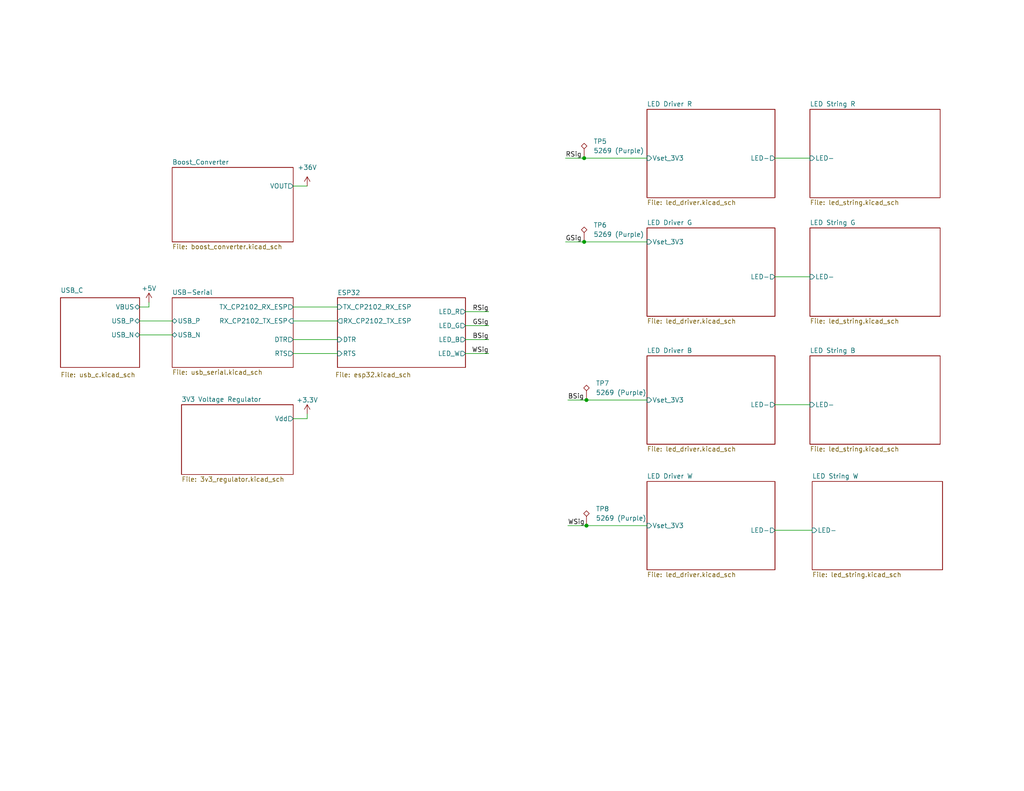
<source format=kicad_sch>
(kicad_sch (version 20230121) (generator eeschema)
  (paper "USLetter")
  (title_block (title "RGB LED Driver Demo Board") (date "2024-01-01") (rev "A01") (company "The Art and Science of PCB Design"))
  (lib_symbols
    (symbol "Connector:TestPoint_Alt" (pin_numbers hide) (pin_names (offset 0.762) hide)
      (property "Reference" "TP" (at 0 6.858 0))
      (property "Value" "TestPoint_Alt" (at 0 5.08 0))
      (symbol "TestPoint_Alt_0_1"
        (polyline (pts (xy 0 2.54) (xy -0.762 3.302) (xy 0 4.064) (xy 0.762 3.302) (xy 0 2.54)))
      )
      (symbol "TestPoint_Alt_1_1"
        (pin passive line (at 0 0 90) (length 2.54) (name "1") (number "1"))
      )
    )
    (symbol "power:+3.3V" (power) (pin_names (offset 0))
      (property "Value" "+3.3V" (at 0 3.556 0))
      (symbol "+3.3V_0_1"
        (polyline (pts (xy -0.762 1.27) (xy 0 2.54)))
        (polyline (pts (xy 0 0) (xy 0 2.54)))
        (polyline (pts (xy 0 2.54) (xy 0.762 1.27)))
      )
      (symbol "+3.3V_1_1"
        (pin power_in line (at 0 0 90) (length 0) hide (name "+3.3V") (number "1"))
      )
    )
    (symbol "power:+36V" (power) (pin_names (offset 0))
      (property "Value" "+36V" (at 0 3.556 0))
      (symbol "+36V_0_1"
        (polyline (pts (xy -0.762 1.27) (xy 0 2.54)))
        (polyline (pts (xy 0 0) (xy 0 2.54)))
        (polyline (pts (xy 0 2.54) (xy 0.762 1.27)))
      )
      (symbol "+36V_1_1"
        (pin power_in line (at 0 0 90) (length 0) hide (name "+36V") (number "1"))
      )
    )
    (symbol "power:+5V" (power) (pin_names (offset 0))
      (property "Value" "+5V" (at 0 3.556 0))
      (symbol "+5V_0_1"
        (polyline (pts (xy -0.762 1.27) (xy 0 2.54)))
        (polyline (pts (xy 0 0) (xy 0 2.54)))
        (polyline (pts (xy 0 2.54) (xy 0.762 1.27)))
      )
      (symbol "+5V_1_1"
        (pin power_in line (at 0 0 90) (length 0) hide (name "+5V") (number "1"))
      )
    )
  )
  (junction (at 160.02 143.51))
  (junction (at 160.02 109.22))
  (junction (at 159.385 66.04))
  (junction (at 159.385 43.18))
  (wire (pts (xy 80.01 50.8) (xy 83.82 50.8)))
  (wire (pts (xy 127 96.52) (xy 133.35 96.52)))
  (wire (pts (xy 127 88.9) (xy 133.35 88.9)))
  (wire (pts (xy 154.94 109.22) (xy 160.02 109.22)))
  (wire (pts (xy 160.02 143.51) (xy 176.53 143.51)))
  (wire (pts (xy 160.02 109.22) (xy 176.53 109.22)))
  (wire (pts (xy 211.455 144.78) (xy 221.615 144.78)))
  (wire (pts (xy 154.94 143.51) (xy 160.02 143.51)))
  (wire (pts (xy 80.01 83.82) (xy 92.075 83.82)))
  (wire (pts (xy 83.82 114.3) (xy 80.01 114.3)))
  (wire (pts (xy 80.01 92.71) (xy 92.075 92.71)))
  (wire (pts (xy 38.1 91.44) (xy 46.99 91.44)))
  (wire (pts (xy 127 92.71) (xy 133.35 92.71)))
  (wire (pts (xy 40.64 83.82) (xy 40.64 82.55)))
  (wire (pts (xy 154.305 66.04) (xy 159.385 66.04)))
  (wire (pts (xy 211.455 110.49) (xy 220.98 110.49)))
  (wire (pts (xy 159.385 43.18) (xy 176.53 43.18)))
  (wire (pts (xy 127 85.09) (xy 133.35 85.09)))
  (wire (pts (xy 80.01 87.63) (xy 92.075 87.63)))
  (wire (pts (xy 159.385 66.04) (xy 176.53 66.04)))
  (wire (pts (xy 80.01 96.52) (xy 92.075 96.52)))
  (wire (pts (xy 38.1 83.82) (xy 40.64 83.82)))
  (wire (pts (xy 154.305 43.18) (xy 159.385 43.18)))
  (wire (pts (xy 83.82 113.03) (xy 83.82 114.3)))
  (wire (pts (xy 38.1 87.63) (xy 46.99 87.63)))
  (wire (pts (xy 211.455 75.565) (xy 220.98 75.565)))
  (wire (pts (xy 211.455 43.18) (xy 220.98 43.18)))
  (label "BSig" (at 133.35 92.71 180))
  (label "GSig" (at 154.305 66.04 0))
  (label "BSig" (at 154.94 109.22 0))
  (label "WSig" (at 154.94 143.51 0))
  (label "WSig" (at 133.35 96.52 180))
  (label "RSig" (at 154.305 43.18 0))
  (label "GSig" (at 133.35 88.9 180))
  (label "RSig" (at 133.35 85.09 180))
  (symbol (lib_id "Connector:TestPoint_Alt") (at 159.385 66.04 0) (unit 1)
    (property "Reference" "TP6" (at 161.925 61.468 0) (effects (justify left)))
    (property "Value" "5269 (Purple)" (at 161.925 64.008 0) (effects (justify left)))
    (property "Footprint" "TestPoint:TestPoint_Keystone_5000-5004_Miniature" (effects hide))
  )
  (symbol (lib_id "Connector:TestPoint_Alt") (at 160.02 143.51 0) (unit 1)
    (property "Reference" "TP8" (at 162.56 138.938 0) (effects (justify left)))
    (property "Value" "5269 (Purple)" (at 162.56 141.478 0) (effects (justify left)))
    (property "Footprint" "TestPoint:TestPoint_Keystone_5000-5004_Miniature" (effects hide))
  )
  (symbol (lib_id "power:+36V") (at 83.82 50.8 0) (unit 1)
    (property "Reference" "#PWR048" (effects hide))
    (property "Value" "+36V" (at 83.82 45.72 0))
  )
  (symbol (lib_id "Connector:TestPoint_Alt") (at 160.02 109.22 0) (unit 1)
    (property "Reference" "TP7" (at 162.56 104.648 0) (effects (justify left)))
    (property "Value" "5269 (Purple)" (at 162.56 107.188 0) (effects (justify left)))
    (property "Footprint" "TestPoint:TestPoint_Keystone_5000-5004_Miniature" (effects hide))
  )
  (symbol (lib_id "Connector:TestPoint_Alt") (at 159.385 43.18 0) (unit 1)
    (property "Reference" "TP5" (at 161.925 38.608 0) (effects (justify left)))
    (property "Value" "5269 (Purple)" (at 161.925 41.148 0) (effects (justify left)))
    (property "Footprint" "TestPoint:TestPoint_Keystone_5000-5004_Miniature" (effects hide))
  )
  (symbol (lib_id "power:+5V") (at 40.64 82.55 0) (unit 1)
    (property "Reference" "#PWR043" (effects hide))
    (property "Value" "+5V" (at 40.64 78.74 0))
  )
  (symbol (lib_id "power:+3.3V") (at 83.82 113.03 0) (unit 1)
    (property "Reference" "#PWR09" (effects hide))
    (property "Value" "+3.3V" (at 83.82 109.22 0))
  )
  (sheet (at 46.99 81.28) (size 33.02 19.05) (stroke (width 0.1524))
    (property "Sheetname" "USB-Serial" (at 46.99 80.5684 0) (effects (justify left bottom)))
    (property "Sheetfile" "usb_serial.kicad_sch" (at 46.99 100.9146 0) (effects (justify left top)))
    (pin "USB_N" bidirectional (at 46.99 91.44 180))
    (pin "USB_P" bidirectional (at 46.99 87.63 180))
    (pin "TX_CP2102_RX_ESP" output (at 80.01 83.82 0))
    (pin "DTR" output (at 80.01 92.71 0))
    (pin "RTS" output (at 80.01 96.52 0))
    (pin "RX_CP2102_TX_ESP" input (at 80.01 87.63 0))
  )
  (sheet (at 46.99 45.72) (size 33.02 20.32) (stroke (width 0.1524))
    (property "Sheetname" "Boost_Converter" (at 46.99 45.0084 0) (effects (justify left bottom)))
    (property "Sheetfile" "boost_converter.kicad_sch" (at 46.99 66.6246 0) (effects (justify left top)))
    (pin "VOUT" output (at 80.01 50.8 0))
  )
  (sheet (at 221.615 131.445) (size 35.56 24.13) (stroke (width 0.1524))
    (property "Sheetname" "LED String W" (at 221.615 130.7334 0) (effects (justify left bottom)))
    (property "Sheetfile" "led_string.kicad_sch" (at 221.615 156.1596 0) (effects (justify left top)))
    (pin "LED-" input (at 221.615 144.78 180))
  )
  (sheet (at 220.98 29.845) (size 35.56 24.13) (stroke (width 0.1524))
    (property "Sheetname" "LED String R" (at 220.98 29.1334 0) (effects (justify left bottom)))
    (property "Sheetfile" "led_string.kicad_sch" (at 220.98 54.5596 0) (effects (justify left top)))
    (pin "LED-" input (at 220.98 43.18 180))
  )
  (sheet (at 176.53 97.155) (size 34.925 24.13) (stroke (width 0.1524))
    (property "Sheetname" "LED Driver B" (at 176.53 96.4434 0) (effects (justify left bottom)))
    (property "Sheetfile" "led_driver.kicad_sch" (at 176.53 121.8696 0) (effects (justify left top)))
    (pin "Vset_3V3" input (at 176.53 109.22 180))
    (pin "LED-" output (at 211.455 110.49 0))
  )
  (sheet (at 220.98 97.155) (size 35.56 24.13) (stroke (width 0.1524))
    (property "Sheetname" "LED String B" (at 220.98 96.4434 0) (effects (justify left bottom)))
    (property "Sheetfile" "led_string.kicad_sch" (at 220.98 121.8696 0) (effects (justify left top)))
    (pin "LED-" input (at 220.98 110.49 180))
  )
  (sheet (at 16.51 81.28) (size 21.59 19.05) (stroke (width 0.1524))
    (property "Sheetname" "USB_C" (at 16.51 80.01 0) (effects (justify left bottom)))
    (property "Sheetfile" "usb_c.kicad_sch" (at 16.51 101.6 0) (effects (justify left top)))
    (pin "USB_N" bidirectional (at 38.1 91.44 0))
    (pin "USB_P" bidirectional (at 38.1 87.63 0))
    (pin "VBUS" bidirectional (at 38.1 83.82 0))
  )
  (sheet (at 176.53 29.845) (size 34.925 24.13) (stroke (width 0.1524))
    (property "Sheetname" "LED Driver R" (at 176.53 29.1334 0) (effects (justify left bottom)))
    (property "Sheetfile" "led_driver.kicad_sch" (at 176.53 54.5596 0) (effects (justify left top)))
    (pin "Vset_3V3" input (at 176.53 43.18 180))
    (pin "LED-" output (at 211.455 43.18 0))
  )
  (sheet (at 49.53 110.49) (size 30.48 19.05) (stroke (width 0.1524))
    (property "Sheetname" "3V3 Voltage Regulator" (at 49.53 109.7784 0) (effects (justify left bottom)))
    (property "Sheetfile" "3v3_regulator.kicad_sch" (at 49.53 130.1246 0) (effects (justify left top)))
    (pin "Vdd" output (at 80.01 114.3 0))
  )
  (sheet (at 220.98 62.23) (size 35.56 24.13) (stroke (width 0.1524))
    (property "Sheetname" "LED String G" (at 220.98 61.5184 0) (effects (justify left bottom)))
    (property "Sheetfile" "led_string.kicad_sch" (at 220.98 86.9446 0) (effects (justify left top)))
    (pin "LED-" input (at 220.98 75.565 180))
  )
  (sheet (at 92.075 81.28) (size 34.925 19.05) (stroke (width 0.1524))
    (property "Sheetname" "ESP32" (at 92.075 80.645 0) (effects (justify left bottom)))
    (property "Sheetfile" "esp32.kicad_sch" (at 91.44 101.6 0) (effects (justify left top)))
    (pin "TX_CP2102_RX_ESP" input (at 92.075 83.82 180))
    (pin "RX_CP2102_TX_ESP" output (at 92.075 87.63 180))
    (pin "DTR" input (at 92.075 92.71 180))
    (pin "RTS" input (at 92.075 96.52 180))
    (pin "LED_R" output (at 127 85.09 0))
    (pin "LED_G" output (at 127 88.9 0))
    (pin "LED_B" output (at 127 92.71 0))
    (pin "LED_W" output (at 127 96.52 0))
  )
  (sheet (at 176.53 62.23) (size 34.925 24.13) (stroke (width 0.1524))
    (property "Sheetname" "LED Driver G" (at 176.53 61.5184 0) (effects (justify left bottom)))
    (property "Sheetfile" "led_driver.kicad_sch" (at 176.53 86.9446 0) (effects (justify left top)))
    (pin "Vset_3V3" input (at 176.53 66.04 180))
    (pin "LED-" output (at 211.455 75.565 0))
  )
  (sheet (at 176.53 131.445) (size 34.925 24.13) (stroke (width 0.1524))
    (property "Sheetname" "LED Driver W" (at 176.53 130.7334 0) (effects (justify left bottom)))
    (property "Sheetfile" "led_driver.kicad_sch" (at 176.53 156.1596 0) (effects (justify left top)))
    (pin "Vset_3V3" input (at 176.53 143.51 180))
    (pin "LED-" output (at 211.455 144.78 0))
  )
)
</source>
